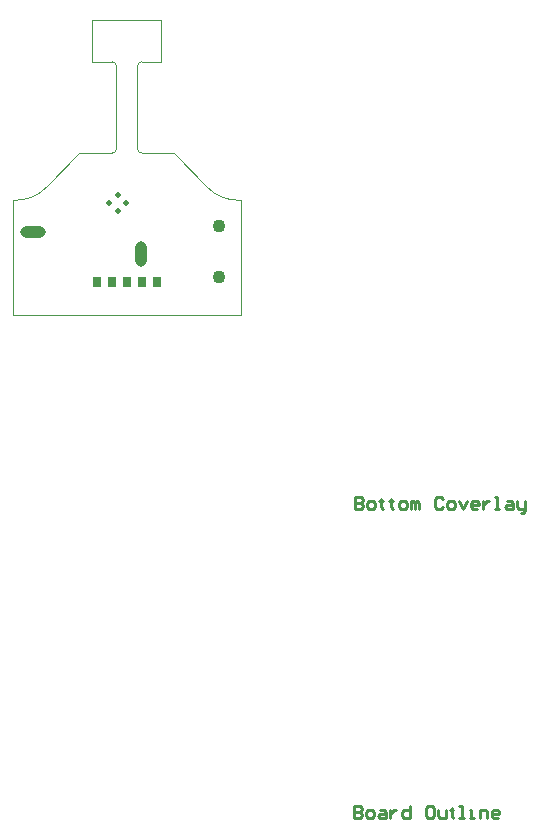
<source format=gbs>
G04*
G04 #@! TF.GenerationSoftware,Altium Limited,Altium Designer,23.1.1 (15)*
G04*
G04 Layer_Color=15238730*
%FSLAX24Y24*%
%MOIN*%
G70*
G04*
G04 #@! TF.SameCoordinates,E02B9306-6A5D-4C65-B62C-121D950AC055*
G04*
G04*
G04 #@! TF.FilePolarity,Negative*
G04*
G01*
G75*
%ADD10C,0.0100*%
%ADD17C,0.0005*%
%ADD70C,0.0430*%
%ADD71O,0.0400X0.0850*%
%ADD72O,0.0850X0.0400*%
%ADD73C,0.0197*%
%ADD81R,0.0276X0.0354*%
D10*
X11393Y-6065D02*
Y-6464D01*
X11593D01*
X11660Y-6398D01*
Y-6331D01*
X11593Y-6265D01*
X11393D01*
X11593D01*
X11660Y-6198D01*
Y-6131D01*
X11593Y-6065D01*
X11393D01*
X11860Y-6464D02*
X11993D01*
X12060Y-6398D01*
Y-6265D01*
X11993Y-6198D01*
X11860D01*
X11793Y-6265D01*
Y-6398D01*
X11860Y-6464D01*
X12260Y-6131D02*
Y-6198D01*
X12193D01*
X12326D01*
X12260D01*
Y-6398D01*
X12326Y-6464D01*
X12593Y-6131D02*
Y-6198D01*
X12526D01*
X12660D01*
X12593D01*
Y-6398D01*
X12660Y-6464D01*
X12926D02*
X13060D01*
X13126Y-6398D01*
Y-6265D01*
X13060Y-6198D01*
X12926D01*
X12860Y-6265D01*
Y-6398D01*
X12926Y-6464D01*
X13260D02*
Y-6198D01*
X13326D01*
X13393Y-6265D01*
Y-6464D01*
Y-6265D01*
X13459Y-6198D01*
X13526Y-6265D01*
Y-6464D01*
X14326Y-6131D02*
X14259Y-6065D01*
X14126D01*
X14059Y-6131D01*
Y-6398D01*
X14126Y-6464D01*
X14259D01*
X14326Y-6398D01*
X14526Y-6464D02*
X14659D01*
X14726Y-6398D01*
Y-6265D01*
X14659Y-6198D01*
X14526D01*
X14459Y-6265D01*
Y-6398D01*
X14526Y-6464D01*
X14859Y-6198D02*
X14992Y-6464D01*
X15126Y-6198D01*
X15459Y-6464D02*
X15326D01*
X15259Y-6398D01*
Y-6265D01*
X15326Y-6198D01*
X15459D01*
X15525Y-6265D01*
Y-6331D01*
X15259D01*
X15659Y-6198D02*
Y-6464D01*
Y-6331D01*
X15725Y-6265D01*
X15792Y-6198D01*
X15859D01*
X16059Y-6464D02*
X16192D01*
X16125D01*
Y-6065D01*
X16059D01*
X16458Y-6198D02*
X16592D01*
X16658Y-6265D01*
Y-6464D01*
X16458D01*
X16392Y-6398D01*
X16458Y-6331D01*
X16658D01*
X16792Y-6198D02*
Y-6398D01*
X16858Y-6464D01*
X17058D01*
Y-6531D01*
X16992Y-6598D01*
X16925D01*
X17058Y-6464D02*
Y-6198D01*
X11354Y-16380D02*
Y-16780D01*
X11554D01*
X11621Y-16713D01*
Y-16646D01*
X11554Y-16580D01*
X11354D01*
X11554D01*
X11621Y-16513D01*
Y-16446D01*
X11554Y-16380D01*
X11354D01*
X11821Y-16780D02*
X11954D01*
X12021Y-16713D01*
Y-16580D01*
X11954Y-16513D01*
X11821D01*
X11754Y-16580D01*
Y-16713D01*
X11821Y-16780D01*
X12220Y-16513D02*
X12354D01*
X12420Y-16580D01*
Y-16780D01*
X12220D01*
X12154Y-16713D01*
X12220Y-16646D01*
X12420D01*
X12554Y-16513D02*
Y-16780D01*
Y-16646D01*
X12620Y-16580D01*
X12687Y-16513D01*
X12754D01*
X13220Y-16380D02*
Y-16780D01*
X13020D01*
X12954Y-16713D01*
Y-16580D01*
X13020Y-16513D01*
X13220D01*
X13953Y-16380D02*
X13820D01*
X13753Y-16446D01*
Y-16713D01*
X13820Y-16780D01*
X13953D01*
X14020Y-16713D01*
Y-16446D01*
X13953Y-16380D01*
X14153Y-16513D02*
Y-16713D01*
X14220Y-16780D01*
X14420D01*
Y-16513D01*
X14620Y-16446D02*
Y-16513D01*
X14553D01*
X14686D01*
X14620D01*
Y-16713D01*
X14686Y-16780D01*
X14886D02*
X15020D01*
X14953D01*
Y-16380D01*
X14886D01*
X15220Y-16780D02*
X15353D01*
X15286D01*
Y-16513D01*
X15220D01*
X15553Y-16780D02*
Y-16513D01*
X15753D01*
X15819Y-16580D01*
Y-16780D01*
X16153D02*
X16019D01*
X15953Y-16713D01*
Y-16580D01*
X16019Y-16513D01*
X16153D01*
X16219Y-16580D01*
Y-16646D01*
X15953D01*
D17*
X0Y3830D02*
G03*
X1114Y4257I100J1406D01*
G01*
X6486D02*
G03*
X7600Y3830I1014J979D01*
G01*
X3450Y8300D02*
G03*
X3300Y8450I-150J0D01*
G01*
X4150Y5550D02*
G03*
X4300Y5400I150J0D01*
G01*
Y8450D02*
G03*
X4150Y8300I0J-150D01*
G01*
X3300Y5400D02*
G03*
X3450Y5550I0J150D01*
G01*
X0Y0D02*
Y3830D01*
X7600Y0D02*
Y1725D01*
Y2515D01*
Y3830D01*
X0Y0D02*
X7600D01*
X2650Y8450D02*
Y9830D01*
X4300Y5400D02*
X5382D01*
X2650Y8450D02*
X3300D01*
X2650Y9830D02*
X4950D01*
Y8450D02*
Y9830D01*
X3450Y5550D02*
Y8300D01*
X4300Y8450D02*
X4950D01*
X5382Y5400D02*
X6486Y4257D01*
X1114D02*
X2218Y5400D01*
X4150Y5550D02*
Y8300D01*
X2218Y5400D02*
X3300D01*
D70*
X6873Y1286D02*
D03*
Y2956D02*
D03*
D71*
X4270Y2050D02*
D03*
D72*
X659Y2770D02*
D03*
D73*
X3496Y3461D02*
D03*
X3774Y3740D02*
D03*
X3218D02*
D03*
X3496Y4018D02*
D03*
D81*
X3300Y1110D02*
D03*
X2800D02*
D03*
X4300D02*
D03*
X3800D02*
D03*
X4800D02*
D03*
M02*

</source>
